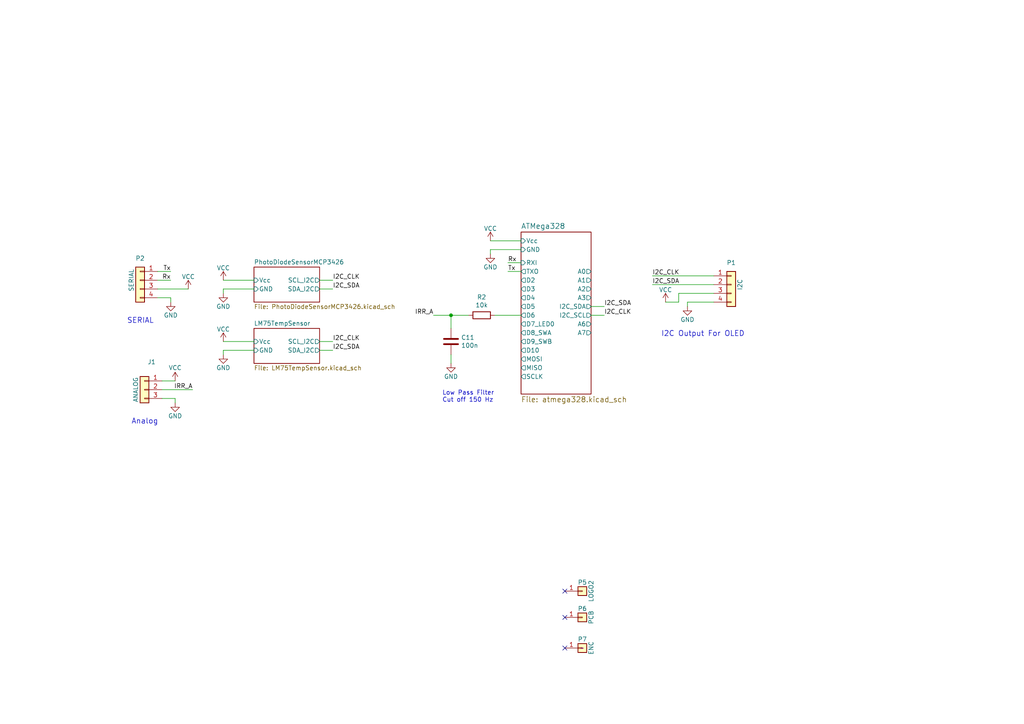
<source format=kicad_sch>
(kicad_sch (version 20250114) (generator "eeschema") (generator_version "9.0")
  (paper "A4")
  (lib_symbols
    (symbol "Connector_Generic:Conn_01x01" (pin_names (offset 1.016) (hide yes))
      (property "Reference" "J" (at 0 2.54 0))
      (property "Value" "Conn_01x01" (at 0 -2.54 0))
      (symbol "Conn_01x01_1_1"
        (rectangle (start -1.27 1.27) (end 1.27 -1.27) (stroke (width 0.254)) (fill (type background)))
        (rectangle (start -1.27 0.127) (end 0 -0.127) (stroke (width 0.1524)))
        (pin passive line (at -5.08 0 0) (length 3.81) (name "Pin_1") (number "1"))
      )
    )
    (symbol "Connector_Generic:Conn_01x03" (pin_names (offset 1.016) (hide yes))
      (property "Reference" "J" (at 0 5.08 0))
      (property "Value" "Conn_01x03" (at 0 -5.08 0))
      (symbol "Conn_01x03_1_1"
        (rectangle (start -1.27 3.81) (end 1.27 -3.81) (stroke (width 0.254)) (fill (type background)))
        (rectangle (start -1.27 2.667) (end 0 2.413) (stroke (width 0.1524)))
        (rectangle (start -1.27 0.127) (end 0 -0.127) (stroke (width 0.1524)))
        (rectangle (start -1.27 -2.413) (end 0 -2.667) (stroke (width 0.1524)))
        (pin passive line (at -5.08 2.54 0) (length 3.81) (name "Pin_1") (number "1"))
        (pin passive line (at -5.08 0 0) (length 3.81) (name "Pin_2") (number "2"))
        (pin passive line (at -5.08 -2.54 0) (length 3.81) (name "Pin_3") (number "3"))
      )
    )
    (symbol "Connector_Generic:Conn_01x04" (pin_names (offset 1.016) (hide yes))
      (property "Reference" "J" (at 0 5.08 0))
      (property "Value" "Conn_01x04" (at 0 -7.62 0))
      (symbol "Conn_01x04_1_1"
        (rectangle (start -1.27 3.81) (end 1.27 -6.35) (stroke (width 0.254)) (fill (type background)))
        (rectangle (start -1.27 2.667) (end 0 2.413) (stroke (width 0.1524)))
        (rectangle (start -1.27 0.127) (end 0 -0.127) (stroke (width 0.1524)))
        (rectangle (start -1.27 -2.413) (end 0 -2.667) (stroke (width 0.1524)))
        (rectangle (start -1.27 -4.953) (end 0 -5.207) (stroke (width 0.1524)))
        (pin passive line (at -5.08 2.54 0) (length 3.81) (name "Pin_1") (number "1"))
        (pin passive line (at -5.08 0 0) (length 3.81) (name "Pin_2") (number "2"))
        (pin passive line (at -5.08 -2.54 0) (length 3.81) (name "Pin_3") (number "3"))
        (pin passive line (at -5.08 -5.08 0) (length 3.81) (name "Pin_4") (number "4"))
      )
    )
    (symbol "device:C" (pin_numbers (hide yes)) (pin_names (offset 0.254))
      (property "Reference" "C" (at 0.635 2.54 0))
      (property "Value" "device_C" (at 0.635 -2.54 0))
      (symbol "C_0_1"
        (polyline (pts (xy -2.032 0.762) (xy 2.032 0.762)) (stroke (width 0.508)))
        (polyline (pts (xy -2.032 -0.762) (xy 2.032 -0.762)) (stroke (width 0.508)))
      )
      (symbol "C_1_1"
        (pin passive line (at 0 3.81 270) (length 2.794) (name "~") (number "1"))
        (pin passive line (at 0 -3.81 90) (length 2.794) (name "~") (number "2"))
      )
    )
    (symbol "device:R" (pin_numbers (hide yes)) (pin_names (offset 0))
      (property "Reference" "R" (at 2.032 0 90))
      (property "Value" "device_R" (at 0 0 90))
      (symbol "R_0_1"
        (rectangle (start -1.016 -2.54) (end 1.016 2.54) (stroke (width 0.254)))
      )
      (symbol "R_1_1"
        (pin passive line (at 0 3.81 270) (length 1.27) (name "~") (number "1"))
        (pin passive line (at 0 -3.81 90) (length 1.27) (name "~") (number "2"))
      )
    )
    (symbol "power:GND" (power) (pin_names (offset 0))
      (property "Value" "power_GND" (at 0 -3.81 0))
      (symbol "GND_0_1"
        (polyline (pts (xy 0 0) (xy 0 -1.27) (xy 1.27 -1.27) (xy 0 -2.54) (xy -1.27 -1.27) (xy 0 -1.27)))
      )
      (symbol "GND_1_1"
        (pin power_in line (at 0 0 270) (length 0) (hide yes) (name "GND") (number "1"))
      )
    )
    (symbol "power:VCC" (power) (pin_names (offset 0))
      (property "Value" "power_VCC" (at 0 3.81 0))
      (symbol "VCC_0_1"
        (polyline (pts (xy -0.762 1.27) (xy 0 2.54)))
        (polyline (pts (xy 0 2.54) (xy 0.762 1.27)))
        (polyline (pts (xy 0 0) (xy 0 2.54)))
      )
      (symbol "VCC_1_1"
        (pin power_in line (at 0 0 90) (length 0) (hide yes) (name "VCC") (number "1"))
      )
    )
  )
  (text "I2C Output For OLED" (at 191.77 97.79 0) (effects (font (size 1.524 1.524)) (justify left bottom)))
  (text "Analog" (at 38.1 123.19 0) (effects (font (size 1.524 1.524)) (justify left bottom)))
  (text "Low Pass Filter\nCut off 150 Hz" (at 128.27 116.84 0) (effects (font (size 1.27 1.27)) (justify left bottom)))
  (text "SERIAL" (at 36.83 93.98 0) (effects (font (size 1.524 1.524)) (justify left bottom)))
  (junction (at 130.81 91.44))
  (no_connect (at 163.83 179.07))
  (no_connect (at 163.83 171.45))
  (no_connect (at 163.83 187.96))
  (wire (pts (xy 130.81 91.44) (xy 135.89 91.44)))
  (wire (pts (xy 92.71 99.06) (xy 96.52 99.06)))
  (wire (pts (xy 199.39 87.63) (xy 207.01 87.63)))
  (wire (pts (xy 64.77 83.82) (xy 64.77 85.09)))
  (wire (pts (xy 50.8 115.57) (xy 50.8 116.84)))
  (wire (pts (xy 147.32 78.74) (xy 151.13 78.74)))
  (wire (pts (xy 171.45 91.44) (xy 175.26 91.44)))
  (wire (pts (xy 92.71 81.28) (xy 96.52 81.28)))
  (wire (pts (xy 130.81 105.41) (xy 130.81 102.87)))
  (wire (pts (xy 64.77 83.82) (xy 73.66 83.82)))
  (wire (pts (xy 64.77 99.06) (xy 73.66 99.06)))
  (wire (pts (xy 45.72 86.36) (xy 49.53 86.36)))
  (wire (pts (xy 196.85 85.09) (xy 207.01 85.09)))
  (wire (pts (xy 92.71 101.6) (xy 96.52 101.6)))
  (wire (pts (xy 196.85 87.63) (xy 196.85 85.09)))
  (wire (pts (xy 130.81 95.25) (xy 130.81 91.44)))
  (wire (pts (xy 49.53 78.74) (xy 45.72 78.74)))
  (wire (pts (xy 143.51 91.44) (xy 151.13 91.44)))
  (wire (pts (xy 92.71 83.82) (xy 96.52 83.82)))
  (wire (pts (xy 49.53 86.36) (xy 49.53 87.63)))
  (wire (pts (xy 54.61 83.82) (xy 45.72 83.82)))
  (wire (pts (xy 193.04 87.63) (xy 196.85 87.63)))
  (wire (pts (xy 142.24 72.39) (xy 151.13 72.39)))
  (wire (pts (xy 125.73 91.44) (xy 130.81 91.44)))
  (wire (pts (xy 142.24 72.39) (xy 142.24 73.66)))
  (wire (pts (xy 46.99 115.57) (xy 50.8 115.57)))
  (wire (pts (xy 199.39 87.63) (xy 199.39 88.9)))
  (wire (pts (xy 49.53 81.28) (xy 45.72 81.28)))
  (wire (pts (xy 50.8 110.49) (xy 46.99 110.49)))
  (wire (pts (xy 189.23 82.55) (xy 207.01 82.55)))
  (wire (pts (xy 142.24 69.85) (xy 151.13 69.85)))
  (wire (pts (xy 189.23 80.01) (xy 207.01 80.01)))
  (wire (pts (xy 64.77 101.6) (xy 73.66 101.6)))
  (wire (pts (xy 64.77 101.6) (xy 64.77 102.87)))
  (wire (pts (xy 64.77 81.28) (xy 73.66 81.28)))
  (wire (pts (xy 171.45 88.9) (xy 175.26 88.9)))
  (wire (pts (xy 55.88 113.03) (xy 46.99 113.03)))
  (wire (pts (xy 147.32 76.2) (xy 151.13 76.2)))
  (label "I2C_SDA" (at 96.52 101.6 0))
  (label "I2C_SDA" (at 96.52 83.82 0))
  (label "I2C_CLK" (at 96.52 81.28 0))
  (label "I2C_SDA" (at 175.26 88.9 0))
  (label "Rx" (at 49.53 81.28 180))
  (label "I2C_CLK" (at 175.26 91.44 0))
  (label "I2C_CLK" (at 189.23 80.01 0))
  (label "Tx" (at 49.53 78.74 180))
  (label "IRR_A" (at 55.88 113.03 180))
  (label "Tx" (at 147.32 78.74 0))
  (label "IRR_A" (at 125.73 91.44 180))
  (label "Rx" (at 147.32 76.2 0))
  (label "I2C_SDA" (at 189.23 82.55 0))
  (label "I2C_CLK" (at 96.52 99.06 0))
  (symbol (lib_id "Connector_Generic:Conn_01x01") (at 168.91 171.45 0) (unit 1)
    (property "Reference" "P5" (at 168.91 168.91 0))
    (property "Value" "LOGO2" (at 171.45 171.45 90))
    (property "Footprint" "CuriousElectric3:TCEC_Words_13mm" (effects (hide yes)))
  )
  (symbol (lib_id "Connector_Generic:Conn_01x01") (at 168.91 179.07 0) (unit 1)
    (property "Reference" "P6" (at 168.91 176.53 0))
    (property "Value" "PCB" (at 171.45 179.07 90))
    (property "Footprint" "REInnovationFootprint:PCB_SolarSensorATMEGA328_PCB_design_v2" (effects (hide yes)))
  )
  (symbol (lib_id "Connector_Generic:Conn_01x01") (at 168.91 187.96 0) (unit 1)
    (property "Reference" "P7" (at 168.91 185.42 0))
    (property "Value" "ENC" (at 171.45 187.96 90))
    (property "Datasheet" "https://www.farnell.com/datasheets/2052882.pdf" (effects (hide yes)))
    (property "Notes" "~" (at 168.91 187.96 0) (effects (font (size 1.524 1.524))))
    (property "Supplier 1" "Rapid" (effects (hide yes)))
    (property "Supplier 1 Part No" "30-3804" (effects (hide yes)))
    (property "Supplier 1 Cost" "4.37" (effects (hide yes)))
  )
  (symbol (lib_id "Connector_Generic:Conn_01x04") (at 212.09 82.55 0) (unit 1)
    (property "Reference" "P1" (at 212.09 76.2 0))
    (property "Value" "I2C" (at 214.63 82.55 90))
    (property "Footprint" "REInnovationFootprint:SIL-4_Grove_Not_Labelled" (effects (hide yes)))
  )
  (symbol (lib_id "power:GND") (at 199.39 88.9 0) (unit 1)
    (property "Reference" "#PWR030" (effects (hide yes)))
    (property "Value" "GND" (at 199.39 92.71 0))
  )
  (symbol (lib_id "Connector_Generic:Conn_01x04") (at 40.64 81.28 0) (mirror y) (unit 1)
    (property "Reference" "P2" (at 40.64 74.93 0))
    (property "Value" "SERIAL" (at 38.1 81.28 90))
    (property "Footprint" "REInnovationFootprint:SIL-4_Grove_SCREW" (effects (hide yes)))
  )
  (symbol (lib_id "power:GND") (at 49.53 87.63 0) (mirror y) (unit 1)
    (property "Reference" "#PWR01" (effects (hide yes)))
    (property "Value" "GND" (at 49.53 91.44 0))
  )
  (symbol (lib_id "power:VCC") (at 54.61 83.82 0) (mirror y) (unit 1)
    (property "Reference" "#PWR02" (effects (hide yes)))
    (property "Value" "VCC" (at 54.61 80.264 0))
  )
  (symbol (lib_id "power:GND") (at 142.24 73.66 0) (unit 1)
    (property "Reference" "#PWR08" (effects (hide yes)))
    (property "Value" "GND" (at 142.24 77.47 0))
  )
  (symbol (lib_id "power:VCC") (at 142.24 69.85 0) (unit 1)
    (property "Reference" "#PWR07" (effects (hide yes)))
    (property "Value" "VCC" (at 142.24 66.294 0))
  )
  (symbol (lib_id "power:GND") (at 64.77 85.09 0) (unit 1)
    (property "Reference" "#PWR04" (effects (hide yes)))
    (property "Value" "GND" (at 64.77 88.9 0))
  )
  (symbol (lib_id "power:VCC") (at 64.77 81.28 0) (unit 1)
    (property "Reference" "#PWR03" (effects (hide yes)))
    (property "Value" "VCC" (at 64.77 77.724 0))
  )
  (symbol (lib_id "power:GND") (at 64.77 102.87 0) (unit 1)
    (property "Reference" "#PWR06" (effects (hide yes)))
    (property "Value" "GND" (at 64.77 106.68 0))
  )
  (symbol (lib_id "power:VCC") (at 64.77 99.06 0) (unit 1)
    (property "Reference" "#PWR05" (effects (hide yes)))
    (property "Value" "VCC" (at 64.77 95.504 0))
  )
  (symbol (lib_id "power:VCC") (at 193.04 87.63 0) (unit 1)
    (property "Reference" "#PWR0101" (effects (hide yes)))
    (property "Value" "VCC" (at 193.04 84.074 0))
  )
  (symbol (lib_id "power:GND") (at 50.8 116.84 0) (mirror y) (unit 1)
    (property "Reference" "#PWR0102" (effects (hide yes)))
    (property "Value" "GND" (at 50.8 120.65 0))
  )
  (symbol (lib_id "power:VCC") (at 50.8 110.49 0) (mirror y) (unit 1)
    (property "Reference" "#PWR0103" (effects (hide yes)))
    (property "Value" "VCC" (at 50.8 106.68 0))
  )
  (symbol (lib_id "Connector_Generic:Conn_01x03") (at 41.91 113.03 0) (mirror y) (unit 1)
    (property "Reference" "J1" (at 43.9928 104.9782 0))
    (property "Value" "ANALOG" (at 39.37 113.03 90))
    (property "Footprint" "REInnovationFootprint:SIL-3_screw_terminal" (effects (hide yes)))
  )
  (symbol (lib_id "device:R") (at 139.7 91.44 270) (unit 1)
    (property "Reference" "R2" (at 139.7 86.1822 90))
    (property "Value" "10k" (at 139.7 88.4936 90))
    (property "Footprint" "REInnovationFootprint:SM0805" (effects (hide yes)))
    (property "LCSC" "C17414" (effects (hide yes)))
    (property "JLCPCB Add" "Y" (effects (hide yes)))
  )
  (symbol (lib_id "device:C") (at 130.81 99.06 0) (unit 1)
    (property "Reference" "C11" (at 133.731 97.8916 0) (effects (justify left)))
    (property "Value" "100n" (at 133.731 100.203 0) (effects (justify left)))
    (property "Footprint" "REInnovationFootprint:SM_C_0805" (effects (hide yes)))
    (property "LCSC" "C49678" (effects (hide yes)))
    (property "JLCPCB Add" "Y" (effects (hide yes)))
  )
  (symbol (lib_id "power:GND") (at 130.81 105.41 0) (unit 1)
    (property "Reference" "#PWR0104" (effects (hide yes)))
    (property "Value" "GND" (at 130.81 109.22 0))
  )
  (sheet (at 73.66 77.47) (size 19.05 10.16)
    (property "Sheetname" "PhotoDiodeSensorMCP3426" (at 73.66 76.7584 0) (effects (justify left bottom)))
    (property "Sheetfile" "PhotoDiodeSensorMCP3426.kicad_sch" (at 73.66 88.2146 0) (effects (justify left top)))
    (pin "SCL_I2C" output (at 92.71 81.28 0))
    (pin "SDA_I2C" output (at 92.71 83.82 0))
    (pin "Vcc" input (at 73.66 81.28 180))
    (pin "GND" input (at 73.66 83.82 180))
  )
  (sheet (at 73.66 95.25) (size 19.05 10.16)
    (property "Sheetname" "LM75TempSensor" (at 73.66 94.5384 0) (effects (justify left bottom)))
    (property "Sheetfile" "LM75TempSensor.kicad_sch" (at 73.66 105.9946 0) (effects (justify left top)))
    (pin "SCL_I2C" output (at 92.71 99.06 0))
    (pin "SDA_I2C" output (at 92.71 101.6 0))
    (pin "Vcc" input (at 73.66 99.06 180))
    (pin "GND" input (at 73.66 101.6 180))
  )
  (sheet (at 151.13 67.31) (size 20.32 46.99)
    (property "Sheetname" "ATMega328" (at 151.13 66.4714 0) (effects (font (size 1.524 1.524)) (justify left bottom)))
    (property "Sheetfile" "atmega328.kicad_sch" (at 151.13 114.9862 0) (effects (font (size 1.524 1.524)) (justify left top)))
    (pin "Vcc" input (at 151.13 69.85 180))
    (pin "GND" input (at 151.13 72.39 180))
    (pin "I2C_SCL" output (at 171.45 91.44 0))
    (pin "I2C_SDA" output (at 171.45 88.9 0))
    (pin "RXI" input (at 151.13 76.2 180))
    (pin "TXO" output (at 151.13 78.74 180))
    (pin "D2" output (at 151.13 81.28 180))
    (pin "D3" output (at 151.13 83.82 180))
    (pin "D4" output (at 151.13 86.36 180))
    (pin "D5" output (at 151.13 88.9 180))
    (pin "D6" output (at 151.13 91.44 180))
    (pin "D7_LED0" output (at 151.13 93.98 180))
    (pin "A0" output (at 171.45 78.74 0))
    (pin "A1" output (at 171.45 81.28 0))
    (pin "A2" output (at 171.45 83.82 0))
    (pin "A3" output (at 171.45 86.36 0))
    (pin "A6" output (at 171.45 93.98 0))
    (pin "A7" output (at 171.45 96.52 0))
    (pin "D8_SWA" output (at 151.13 96.52 180))
    (pin "D9_SWB" output (at 151.13 99.06 180))
    (pin "D10" output (at 151.13 101.6 180))
    (pin "MOSI" output (at 151.13 104.14 180))
    (pin "MISO" output (at 151.13 106.68 180))
    (pin "SCLK" output (at 151.13 109.22 180))
  )
)
</source>
